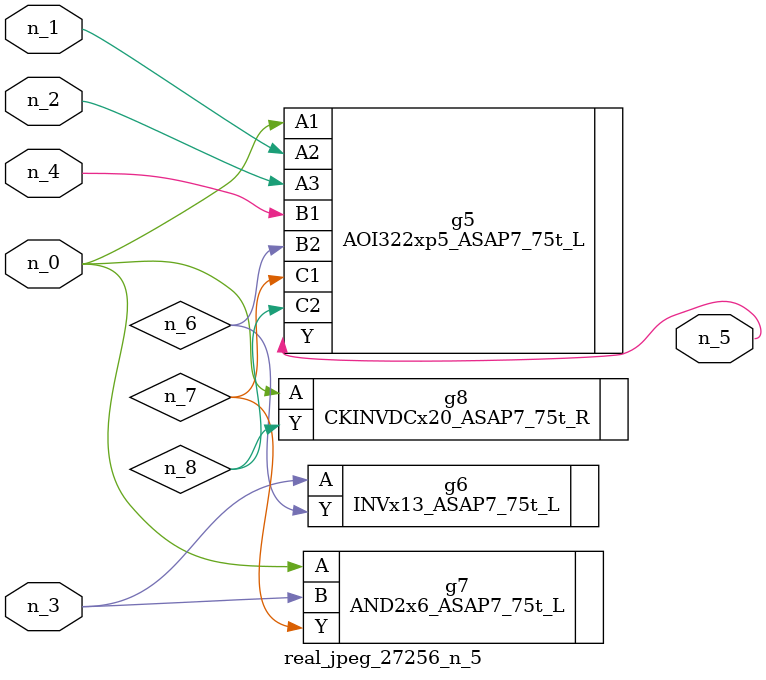
<source format=v>
module real_jpeg_27256_n_5 (n_4, n_0, n_1, n_2, n_3, n_5);

input n_4;
input n_0;
input n_1;
input n_2;
input n_3;

output n_5;

wire n_8;
wire n_6;
wire n_7;

AOI322xp5_ASAP7_75t_L g5 ( 
.A1(n_0),
.A2(n_1),
.A3(n_2),
.B1(n_4),
.B2(n_6),
.C1(n_7),
.C2(n_8),
.Y(n_5)
);

AND2x6_ASAP7_75t_L g7 ( 
.A(n_0),
.B(n_3),
.Y(n_7)
);

CKINVDCx20_ASAP7_75t_R g8 ( 
.A(n_0),
.Y(n_8)
);

INVx13_ASAP7_75t_L g6 ( 
.A(n_3),
.Y(n_6)
);


endmodule
</source>
